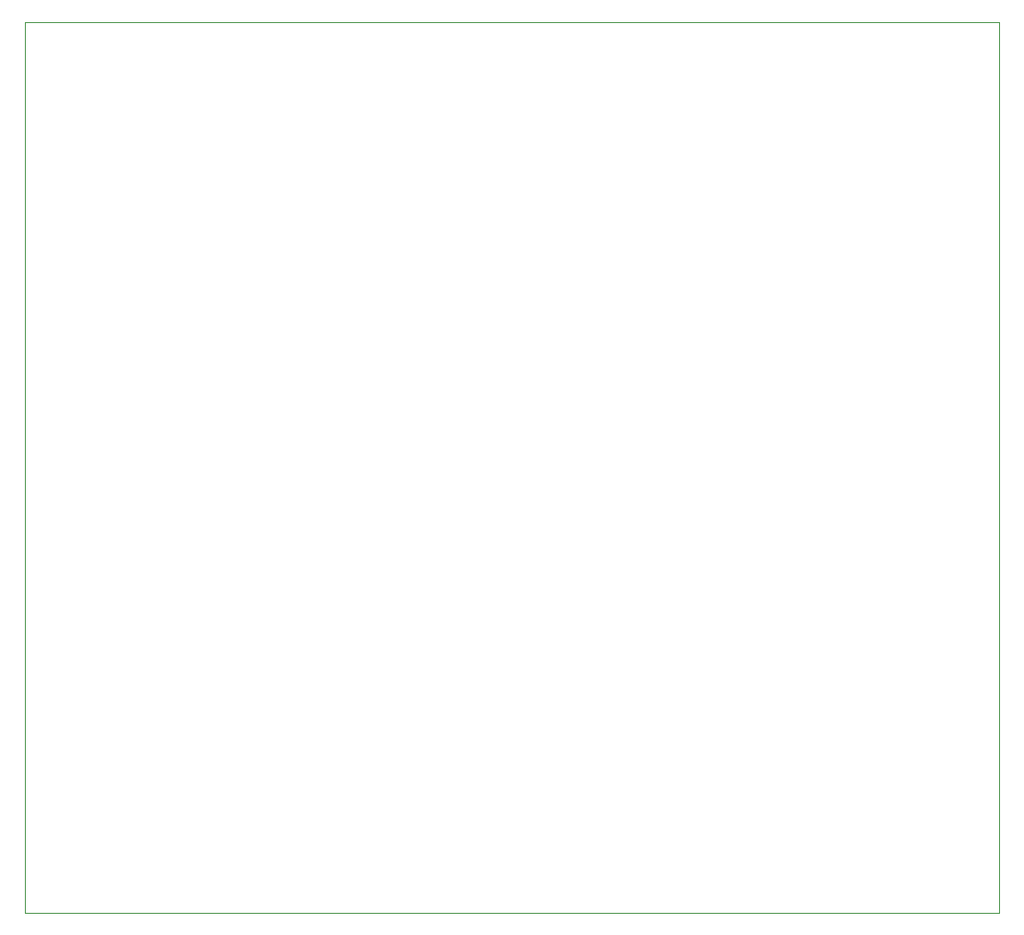
<source format=gbr>
%TF.GenerationSoftware,KiCad,Pcbnew,(5.1.10)-1*%
%TF.CreationDate,2022-03-29T20:22:55-05:00*%
%TF.ProjectId,FMT Rescue,464d5420-5265-4736-9375-652e6b696361,rev?*%
%TF.SameCoordinates,Original*%
%TF.FileFunction,Profile,NP*%
%FSLAX46Y46*%
G04 Gerber Fmt 4.6, Leading zero omitted, Abs format (unit mm)*
G04 Created by KiCad (PCBNEW (5.1.10)-1) date 2022-03-29 20:22:55*
%MOMM*%
%LPD*%
G01*
G04 APERTURE LIST*
%TA.AperFunction,Profile*%
%ADD10C,0.050000*%
%TD*%
G04 APERTURE END LIST*
D10*
X133413500Y-51562000D02*
X133477000Y-133286500D01*
X44005500Y-51562000D02*
X133413500Y-51562000D01*
X44005500Y-133286500D02*
X44005500Y-51562000D01*
X133477000Y-133286500D02*
X44005500Y-133286500D01*
M02*

</source>
